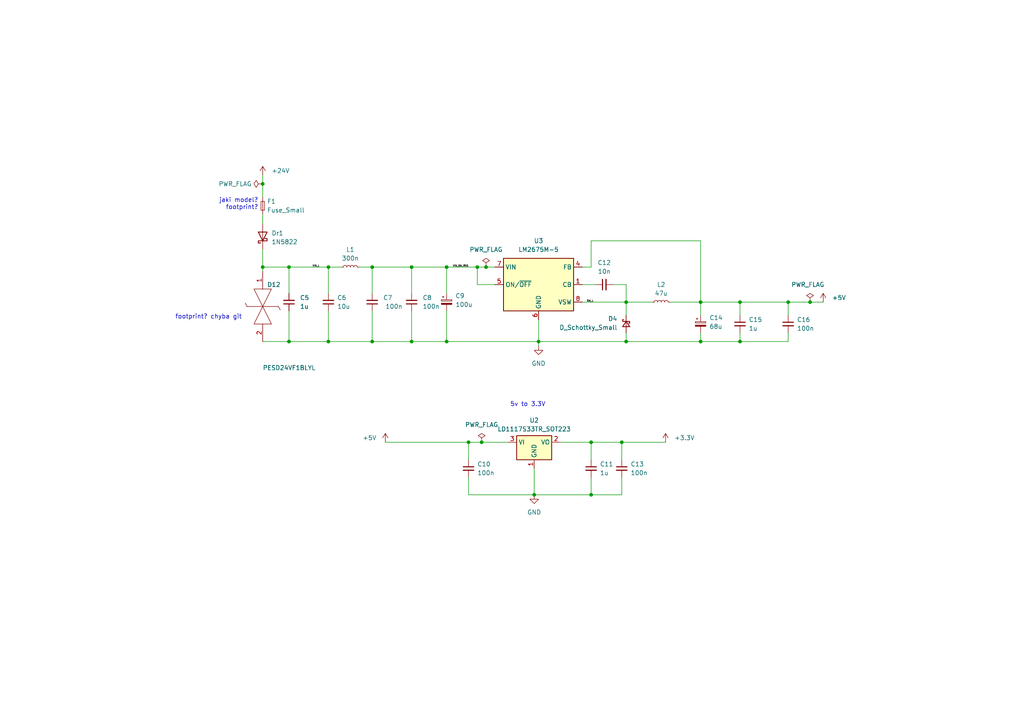
<source format=kicad_sch>
(kicad_sch (version 20230121) (generator eeschema)

  (uuid ae92b0a4-343f-4b2c-b83e-28ea178a9c0a)

  (paper "A4")

  (lib_symbols
    (symbol "Device:C_Polarized_Small" (pin_numbers hide) (pin_names (offset 0.254) hide) (in_bom yes) (on_board yes)
      (property "Reference" "C" (at 0.254 1.778 0)
        (effects (font (size 1.27 1.27)) (justify left))
      )
      (property "Value" "C_Polarized_Small" (at 0.254 -2.032 0)
        (effects (font (size 1.27 1.27)) (justify left))
      )
      (property "Footprint" "" (at 0 0 0)
        (effects (font (size 1.27 1.27)) hide)
      )
      (property "Datasheet" "~" (at 0 0 0)
        (effects (font (size 1.27 1.27)) hide)
      )
      (property "ki_keywords" "cap capacitor" (at 0 0 0)
        (effects (font (size 1.27 1.27)) hide)
      )
      (property "ki_description" "Polarized capacitor, small symbol" (at 0 0 0)
        (effects (font (size 1.27 1.27)) hide)
      )
      (property "ki_fp_filters" "CP_*" (at 0 0 0)
        (effects (font (size 1.27 1.27)) hide)
      )
      (symbol "C_Polarized_Small_0_1"
        (rectangle (start -1.524 -0.3048) (end 1.524 -0.6858)
          (stroke (width 0) (type default))
          (fill (type outline))
        )
        (rectangle (start -1.524 0.6858) (end 1.524 0.3048)
          (stroke (width 0) (type default))
          (fill (type none))
        )
        (polyline
          (pts
            (xy -1.27 1.524)
            (xy -0.762 1.524)
          )
          (stroke (width 0) (type default))
          (fill (type none))
        )
        (polyline
          (pts
            (xy -1.016 1.27)
            (xy -1.016 1.778)
          )
          (stroke (width 0) (type default))
          (fill (type none))
        )
      )
      (symbol "C_Polarized_Small_1_1"
        (pin passive line (at 0 2.54 270) (length 1.8542)
          (name "~" (effects (font (size 1.27 1.27))))
          (number "1" (effects (font (size 1.27 1.27))))
        )
        (pin passive line (at 0 -2.54 90) (length 1.8542)
          (name "~" (effects (font (size 1.27 1.27))))
          (number "2" (effects (font (size 1.27 1.27))))
        )
      )
    )
    (symbol "Device:C_Small" (pin_numbers hide) (pin_names (offset 0.254) hide) (in_bom yes) (on_board yes)
      (property "Reference" "C" (at 0.254 1.778 0)
        (effects (font (size 1.27 1.27)) (justify left))
      )
      (property "Value" "C_Small" (at 0.254 -2.032 0)
        (effects (font (size 1.27 1.27)) (justify left))
      )
      (property "Footprint" "" (at 0 0 0)
        (effects (font (size 1.27 1.27)) hide)
      )
      (property "Datasheet" "~" (at 0 0 0)
        (effects (font (size 1.27 1.27)) hide)
      )
      (property "ki_keywords" "capacitor cap" (at 0 0 0)
        (effects (font (size 1.27 1.27)) hide)
      )
      (property "ki_description" "Unpolarized capacitor, small symbol" (at 0 0 0)
        (effects (font (size 1.27 1.27)) hide)
      )
      (property "ki_fp_filters" "C_*" (at 0 0 0)
        (effects (font (size 1.27 1.27)) hide)
      )
      (symbol "C_Small_0_1"
        (polyline
          (pts
            (xy -1.524 -0.508)
            (xy 1.524 -0.508)
          )
          (stroke (width 0.3302) (type default))
          (fill (type none))
        )
        (polyline
          (pts
            (xy -1.524 0.508)
            (xy 1.524 0.508)
          )
          (stroke (width 0.3048) (type default))
          (fill (type none))
        )
      )
      (symbol "C_Small_1_1"
        (pin passive line (at 0 2.54 270) (length 2.032)
          (name "~" (effects (font (size 1.27 1.27))))
          (number "1" (effects (font (size 1.27 1.27))))
        )
        (pin passive line (at 0 -2.54 90) (length 2.032)
          (name "~" (effects (font (size 1.27 1.27))))
          (number "2" (effects (font (size 1.27 1.27))))
        )
      )
    )
    (symbol "Device:D_Schottky_Small" (pin_numbers hide) (pin_names (offset 0.254) hide) (in_bom yes) (on_board yes)
      (property "Reference" "D" (at -1.27 2.032 0)
        (effects (font (size 1.27 1.27)) (justify left))
      )
      (property "Value" "D_Schottky_Small" (at -7.112 -2.032 0)
        (effects (font (size 1.27 1.27)) (justify left))
      )
      (property "Footprint" "" (at 0 0 90)
        (effects (font (size 1.27 1.27)) hide)
      )
      (property "Datasheet" "~" (at 0 0 90)
        (effects (font (size 1.27 1.27)) hide)
      )
      (property "ki_keywords" "diode Schottky" (at 0 0 0)
        (effects (font (size 1.27 1.27)) hide)
      )
      (property "ki_description" "Schottky diode, small symbol" (at 0 0 0)
        (effects (font (size 1.27 1.27)) hide)
      )
      (property "ki_fp_filters" "TO-???* *_Diode_* *SingleDiode* D_*" (at 0 0 0)
        (effects (font (size 1.27 1.27)) hide)
      )
      (symbol "D_Schottky_Small_0_1"
        (polyline
          (pts
            (xy -0.762 0)
            (xy 0.762 0)
          )
          (stroke (width 0) (type default))
          (fill (type none))
        )
        (polyline
          (pts
            (xy 0.762 -1.016)
            (xy -0.762 0)
            (xy 0.762 1.016)
            (xy 0.762 -1.016)
          )
          (stroke (width 0.254) (type default))
          (fill (type none))
        )
        (polyline
          (pts
            (xy -1.27 0.762)
            (xy -1.27 1.016)
            (xy -0.762 1.016)
            (xy -0.762 -1.016)
            (xy -0.254 -1.016)
            (xy -0.254 -0.762)
          )
          (stroke (width 0.254) (type default))
          (fill (type none))
        )
      )
      (symbol "D_Schottky_Small_1_1"
        (pin passive line (at -2.54 0 0) (length 1.778)
          (name "K" (effects (font (size 1.27 1.27))))
          (number "1" (effects (font (size 1.27 1.27))))
        )
        (pin passive line (at 2.54 0 180) (length 1.778)
          (name "A" (effects (font (size 1.27 1.27))))
          (number "2" (effects (font (size 1.27 1.27))))
        )
      )
    )
    (symbol "Device:Fuse_Small" (pin_numbers hide) (pin_names (offset 0.254) hide) (in_bom yes) (on_board yes)
      (property "Reference" "F" (at 0 -1.524 0)
        (effects (font (size 1.27 1.27)))
      )
      (property "Value" "Fuse_Small" (at 0 1.524 0)
        (effects (font (size 1.27 1.27)))
      )
      (property "Footprint" "" (at 0 0 0)
        (effects (font (size 1.27 1.27)) hide)
      )
      (property "Datasheet" "~" (at 0 0 0)
        (effects (font (size 1.27 1.27)) hide)
      )
      (property "ki_keywords" "fuse" (at 0 0 0)
        (effects (font (size 1.27 1.27)) hide)
      )
      (property "ki_description" "Fuse, small symbol" (at 0 0 0)
        (effects (font (size 1.27 1.27)) hide)
      )
      (property "ki_fp_filters" "*Fuse*" (at 0 0 0)
        (effects (font (size 1.27 1.27)) hide)
      )
      (symbol "Fuse_Small_0_1"
        (rectangle (start -1.27 0.508) (end 1.27 -0.508)
          (stroke (width 0) (type default))
          (fill (type none))
        )
        (polyline
          (pts
            (xy -1.27 0)
            (xy 1.27 0)
          )
          (stroke (width 0) (type default))
          (fill (type none))
        )
      )
      (symbol "Fuse_Small_1_1"
        (pin passive line (at -2.54 0 0) (length 1.27)
          (name "~" (effects (font (size 1.27 1.27))))
          (number "1" (effects (font (size 1.27 1.27))))
        )
        (pin passive line (at 2.54 0 180) (length 1.27)
          (name "~" (effects (font (size 1.27 1.27))))
          (number "2" (effects (font (size 1.27 1.27))))
        )
      )
    )
    (symbol "Device:L_Small" (pin_numbers hide) (pin_names (offset 0.254) hide) (in_bom yes) (on_board yes)
      (property "Reference" "L" (at 0.762 1.016 0)
        (effects (font (size 1.27 1.27)) (justify left))
      )
      (property "Value" "L_Small" (at 0.762 -1.016 0)
        (effects (font (size 1.27 1.27)) (justify left))
      )
      (property "Footprint" "" (at 0 0 0)
        (effects (font (size 1.27 1.27)) hide)
      )
      (property "Datasheet" "~" (at 0 0 0)
        (effects (font (size 1.27 1.27)) hide)
      )
      (property "ki_keywords" "inductor choke coil reactor magnetic" (at 0 0 0)
        (effects (font (size 1.27 1.27)) hide)
      )
      (property "ki_description" "Inductor, small symbol" (at 0 0 0)
        (effects (font (size 1.27 1.27)) hide)
      )
      (property "ki_fp_filters" "Choke_* *Coil* Inductor_* L_*" (at 0 0 0)
        (effects (font (size 1.27 1.27)) hide)
      )
      (symbol "L_Small_0_1"
        (arc (start 0 -2.032) (mid 0.5058 -1.524) (end 0 -1.016)
          (stroke (width 0) (type default))
          (fill (type none))
        )
        (arc (start 0 -1.016) (mid 0.5058 -0.508) (end 0 0)
          (stroke (width 0) (type default))
          (fill (type none))
        )
        (arc (start 0 0) (mid 0.5058 0.508) (end 0 1.016)
          (stroke (width 0) (type default))
          (fill (type none))
        )
        (arc (start 0 1.016) (mid 0.5058 1.524) (end 0 2.032)
          (stroke (width 0) (type default))
          (fill (type none))
        )
      )
      (symbol "L_Small_1_1"
        (pin passive line (at 0 2.54 270) (length 0.508)
          (name "~" (effects (font (size 1.27 1.27))))
          (number "1" (effects (font (size 1.27 1.27))))
        )
        (pin passive line (at 0 -2.54 90) (length 0.508)
          (name "~" (effects (font (size 1.27 1.27))))
          (number "2" (effects (font (size 1.27 1.27))))
        )
      )
    )
    (symbol "Diode:1N5822" (pin_numbers hide) (pin_names (offset 1.016) hide) (in_bom yes) (on_board yes)
      (property "Reference" "D" (at 0 2.54 0)
        (effects (font (size 1.27 1.27)))
      )
      (property "Value" "1N5822" (at 0 -2.54 0)
        (effects (font (size 1.27 1.27)))
      )
      (property "Footprint" "Diode_THT:D_DO-201AD_P15.24mm_Horizontal" (at 0 -4.445 0)
        (effects (font (size 1.27 1.27)) hide)
      )
      (property "Datasheet" "http://www.vishay.com/docs/88526/1n5820.pdf" (at 0 0 0)
        (effects (font (size 1.27 1.27)) hide)
      )
      (property "ki_keywords" "diode Schottky" (at 0 0 0)
        (effects (font (size 1.27 1.27)) hide)
      )
      (property "ki_description" "40V 3A Schottky Barrier Rectifier Diode, DO-201AD" (at 0 0 0)
        (effects (font (size 1.27 1.27)) hide)
      )
      (property "ki_fp_filters" "D*DO?201AD*" (at 0 0 0)
        (effects (font (size 1.27 1.27)) hide)
      )
      (symbol "1N5822_0_1"
        (polyline
          (pts
            (xy 1.27 0)
            (xy -1.27 0)
          )
          (stroke (width 0) (type default))
          (fill (type none))
        )
        (polyline
          (pts
            (xy 1.27 1.27)
            (xy 1.27 -1.27)
            (xy -1.27 0)
            (xy 1.27 1.27)
          )
          (stroke (width 0.254) (type default))
          (fill (type none))
        )
        (polyline
          (pts
            (xy -1.905 0.635)
            (xy -1.905 1.27)
            (xy -1.27 1.27)
            (xy -1.27 -1.27)
            (xy -0.635 -1.27)
            (xy -0.635 -0.635)
          )
          (stroke (width 0.254) (type default))
          (fill (type none))
        )
      )
      (symbol "1N5822_1_1"
        (pin passive line (at -3.81 0 0) (length 2.54)
          (name "K" (effects (font (size 1.27 1.27))))
          (number "1" (effects (font (size 1.27 1.27))))
        )
        (pin passive line (at 3.81 0 180) (length 2.54)
          (name "A" (effects (font (size 1.27 1.27))))
          (number "2" (effects (font (size 1.27 1.27))))
        )
      )
    )
    (symbol "PESD24VF1BLYL:PESD24VF1BLYL" (pin_names (offset 0.762)) (in_bom yes) (on_board yes)
      (property "Reference" "D" (at 15.24 8.89 0)
        (effects (font (size 1.27 1.27)) (justify left bottom))
      )
      (property "Value" "PESD24VF1BLYL" (at 15.24 6.35 0)
        (effects (font (size 1.27 1.27)) (justify left bottom))
      )
      (property "Footprint" "PESD5V0S1BL315" (at 15.24 3.81 0)
        (effects (font (size 1.27 1.27)) (justify left bottom) hide)
      )
      (property "Datasheet" "https://assets.nexperia.com/documents/data-sheet/PESD24VF1BL.pdf" (at 15.24 1.27 0)
        (effects (font (size 1.27 1.27)) (justify left bottom) hide)
      )
      (property "Description" "PESD24VF1BL - Ultra low capacitance bidirectional ESD protection diode" (at 15.24 -1.27 0)
        (effects (font (size 1.27 1.27)) (justify left bottom) hide)
      )
      (property "Height" "0" (at 15.24 -3.81 0)
        (effects (font (size 1.27 1.27)) (justify left bottom) hide)
      )
      (property "Mouser Part Number" "771-PESD24VF1BLYL" (at 15.24 -6.35 0)
        (effects (font (size 1.27 1.27)) (justify left bottom) hide)
      )
      (property "Mouser Price/Stock" "https://www.mouser.co.uk/ProductDetail/Nexperia/PESD24VF1BLYL?qs=M%2FOdCRO8QQ2u4QQQVkgemw%3D%3D" (at 15.24 -8.89 0)
        (effects (font (size 1.27 1.27)) (justify left bottom) hide)
      )
      (property "Manufacturer_Name" "Nexperia" (at 15.24 -11.43 0)
        (effects (font (size 1.27 1.27)) (justify left bottom) hide)
      )
      (property "Manufacturer_Part_Number" "PESD24VF1BLYL" (at 15.24 -13.97 0)
        (effects (font (size 1.27 1.27)) (justify left bottom) hide)
      )
      (property "ki_description" "PESD24VF1BL - Ultra low capacitance bidirectional ESD protection diode" (at 0 0 0)
        (effects (font (size 1.27 1.27)) hide)
      )
      (symbol "PESD24VF1BLYL_0_0"
        (pin passive line (at 0 0 0) (length 5.08)
          (name "~" (effects (font (size 1.27 1.27))))
          (number "1" (effects (font (size 1.27 1.27))))
        )
        (pin passive line (at 20.32 0 180) (length 5.08)
          (name "~" (effects (font (size 1.27 1.27))))
          (number "2" (effects (font (size 1.27 1.27))))
        )
      )
      (symbol "PESD24VF1BLYL_0_1"
        (polyline
          (pts
            (xy 10.16 -4.572)
            (xy 9.144 -5.08)
          )
          (stroke (width 0.1524) (type solid))
          (fill (type none))
        )
        (polyline
          (pts
            (xy 10.16 -4.572)
            (xy 10.16 4.572)
          )
          (stroke (width 0.1524) (type solid))
          (fill (type none))
        )
        (polyline
          (pts
            (xy 11.176 5.08)
            (xy 10.16 4.572)
          )
          (stroke (width 0.1524) (type solid))
          (fill (type none))
        )
        (polyline
          (pts
            (xy 10.16 0)
            (xy 5.08 -2.54)
            (xy 5.08 2.54)
            (xy 10.16 0)
          )
          (stroke (width 0.1524) (type solid))
          (fill (type none))
        )
        (polyline
          (pts
            (xy 10.16 0)
            (xy 15.24 -2.54)
            (xy 15.24 2.54)
            (xy 10.16 0)
          )
          (stroke (width 0.1524) (type solid))
          (fill (type none))
        )
      )
    )
    (symbol "Regulator_Linear:LD1117S33TR_SOT223" (in_bom yes) (on_board yes)
      (property "Reference" "U" (at -3.81 3.175 0)
        (effects (font (size 1.27 1.27)))
      )
      (property "Value" "LD1117S33TR_SOT223" (at 0 3.175 0)
        (effects (font (size 1.27 1.27)) (justify left))
      )
      (property "Footprint" "Package_TO_SOT_SMD:SOT-223-3_TabPin2" (at 0 5.08 0)
        (effects (font (size 1.27 1.27)) hide)
      )
      (property "Datasheet" "http://www.st.com/st-web-ui/static/active/en/resource/technical/document/datasheet/CD00000544.pdf" (at 2.54 -6.35 0)
        (effects (font (size 1.27 1.27)) hide)
      )
      (property "ki_keywords" "REGULATOR LDO 3.3V" (at 0 0 0)
        (effects (font (size 1.27 1.27)) hide)
      )
      (property "ki_description" "800mA Fixed Low Drop Positive Voltage Regulator, Fixed Output 3.3V, SOT-223" (at 0 0 0)
        (effects (font (size 1.27 1.27)) hide)
      )
      (property "ki_fp_filters" "SOT?223*TabPin2*" (at 0 0 0)
        (effects (font (size 1.27 1.27)) hide)
      )
      (symbol "LD1117S33TR_SOT223_0_1"
        (rectangle (start -5.08 -5.08) (end 5.08 1.905)
          (stroke (width 0.254) (type default))
          (fill (type background))
        )
      )
      (symbol "LD1117S33TR_SOT223_1_1"
        (pin power_in line (at 0 -7.62 90) (length 2.54)
          (name "GND" (effects (font (size 1.27 1.27))))
          (number "1" (effects (font (size 1.27 1.27))))
        )
        (pin power_out line (at 7.62 0 180) (length 2.54)
          (name "VO" (effects (font (size 1.27 1.27))))
          (number "2" (effects (font (size 1.27 1.27))))
        )
        (pin power_in line (at -7.62 0 0) (length 2.54)
          (name "VI" (effects (font (size 1.27 1.27))))
          (number "3" (effects (font (size 1.27 1.27))))
        )
      )
    )
    (symbol "Regulator_Switching:LM2675M-5" (in_bom yes) (on_board yes)
      (property "Reference" "U" (at -10.16 8.89 0)
        (effects (font (size 1.27 1.27)) (justify left))
      )
      (property "Value" "LM2675M-5" (at 0 8.89 0)
        (effects (font (size 1.27 1.27)) (justify left))
      )
      (property "Footprint" "Package_SO:SOIC-8_3.9x4.9mm_P1.27mm" (at 1.27 -8.89 0)
        (effects (font (size 1.27 1.27) italic) (justify left) hide)
      )
      (property "Datasheet" "http://www.ti.com/lit/ds/symlink/lm2675.pdf" (at 0 0 0)
        (effects (font (size 1.27 1.27)) hide)
      )
      (property "ki_keywords" "Step-Down Voltage Regulator 5V 1A" (at 0 0 0)
        (effects (font (size 1.27 1.27)) hide)
      )
      (property "ki_description" "5V, 1A Step-Down Voltage Regulator, SO-8" (at 0 0 0)
        (effects (font (size 1.27 1.27)) hide)
      )
      (property "ki_fp_filters" "SOIC*3.9x4.9mm*P1.27mm*" (at 0 0 0)
        (effects (font (size 1.27 1.27)) hide)
      )
      (symbol "LM2675M-5_0_1"
        (rectangle (start -10.16 7.62) (end 10.16 -7.62)
          (stroke (width 0.254) (type default))
          (fill (type background))
        )
      )
      (symbol "LM2675M-5_1_1"
        (pin input line (at 12.7 0 180) (length 2.54)
          (name "CB" (effects (font (size 1.27 1.27))))
          (number "1" (effects (font (size 1.27 1.27))))
        )
        (pin no_connect line (at -10.16 -2.54 0) (length 2.54) hide
          (name "NC" (effects (font (size 1.27 1.27))))
          (number "2" (effects (font (size 1.27 1.27))))
        )
        (pin no_connect line (at -10.16 -5.08 0) (length 2.54) hide
          (name "NC" (effects (font (size 1.27 1.27))))
          (number "3" (effects (font (size 1.27 1.27))))
        )
        (pin input line (at 12.7 5.08 180) (length 2.54)
          (name "FB" (effects (font (size 1.27 1.27))))
          (number "4" (effects (font (size 1.27 1.27))))
        )
        (pin input line (at -12.7 0 0) (length 2.54)
          (name "ON/~{OFF}" (effects (font (size 1.27 1.27))))
          (number "5" (effects (font (size 1.27 1.27))))
        )
        (pin power_in line (at 0 -10.16 90) (length 2.54)
          (name "GND" (effects (font (size 1.27 1.27))))
          (number "6" (effects (font (size 1.27 1.27))))
        )
        (pin power_in line (at -12.7 5.08 0) (length 2.54)
          (name "VIN" (effects (font (size 1.27 1.27))))
          (number "7" (effects (font (size 1.27 1.27))))
        )
        (pin output line (at 12.7 -5.08 180) (length 2.54)
          (name "VSW" (effects (font (size 1.27 1.27))))
          (number "8" (effects (font (size 1.27 1.27))))
        )
      )
    )
    (symbol "power:+24V" (power) (pin_names (offset 0)) (in_bom yes) (on_board yes)
      (property "Reference" "#PWR" (at 0 -3.81 0)
        (effects (font (size 1.27 1.27)) hide)
      )
      (property "Value" "+24V" (at 0 3.556 0)
        (effects (font (size 1.27 1.27)))
      )
      (property "Footprint" "" (at 0 0 0)
        (effects (font (size 1.27 1.27)) hide)
      )
      (property "Datasheet" "" (at 0 0 0)
        (effects (font (size 1.27 1.27)) hide)
      )
      (property "ki_keywords" "global power" (at 0 0 0)
        (effects (font (size 1.27 1.27)) hide)
      )
      (property "ki_description" "Power symbol creates a global label with name \"+24V\"" (at 0 0 0)
        (effects (font (size 1.27 1.27)) hide)
      )
      (symbol "+24V_0_1"
        (polyline
          (pts
            (xy -0.762 1.27)
            (xy 0 2.54)
          )
          (stroke (width 0) (type default))
          (fill (type none))
        )
        (polyline
          (pts
            (xy 0 0)
            (xy 0 2.54)
          )
          (stroke (width 0) (type default))
          (fill (type none))
        )
        (polyline
          (pts
            (xy 0 2.54)
            (xy 0.762 1.27)
          )
          (stroke (width 0) (type default))
          (fill (type none))
        )
      )
      (symbol "+24V_1_1"
        (pin power_in line (at 0 0 90) (length 0) hide
          (name "+24V" (effects (font (size 1.27 1.27))))
          (number "1" (effects (font (size 1.27 1.27))))
        )
      )
    )
    (symbol "power:+3.3V" (power) (pin_names (offset 0)) (in_bom yes) (on_board yes)
      (property "Reference" "#PWR" (at 0 -3.81 0)
        (effects (font (size 1.27 1.27)) hide)
      )
      (property "Value" "+3.3V" (at 0 3.556 0)
        (effects (font (size 1.27 1.27)))
      )
      (property "Footprint" "" (at 0 0 0)
        (effects (font (size 1.27 1.27)) hide)
      )
      (property "Datasheet" "" (at 0 0 0)
        (effects (font (size 1.27 1.27)) hide)
      )
      (property "ki_keywords" "global power" (at 0 0 0)
        (effects (font (size 1.27 1.27)) hide)
      )
      (property "ki_description" "Power symbol creates a global label with name \"+3.3V\"" (at 0 0 0)
        (effects (font (size 1.27 1.27)) hide)
      )
      (symbol "+3.3V_0_1"
        (polyline
          (pts
            (xy -0.762 1.27)
            (xy 0 2.54)
          )
          (stroke (width 0) (type default))
          (fill (type none))
        )
        (polyline
          (pts
            (xy 0 0)
            (xy 0 2.54)
          )
          (stroke (width 0) (type default))
          (fill (type none))
        )
        (polyline
          (pts
            (xy 0 2.54)
            (xy 0.762 1.27)
          )
          (stroke (width 0) (type default))
          (fill (type none))
        )
      )
      (symbol "+3.3V_1_1"
        (pin power_in line (at 0 0 90) (length 0) hide
          (name "+3.3V" (effects (font (size 1.27 1.27))))
          (number "1" (effects (font (size 1.27 1.27))))
        )
      )
    )
    (symbol "power:+5V" (power) (pin_names (offset 0)) (in_bom yes) (on_board yes)
      (property "Reference" "#PWR" (at 0 -3.81 0)
        (effects (font (size 1.27 1.27)) hide)
      )
      (property "Value" "+5V" (at 0 3.556 0)
        (effects (font (size 1.27 1.27)))
      )
      (property "Footprint" "" (at 0 0 0)
        (effects (font (size 1.27 1.27)) hide)
      )
      (property "Datasheet" "" (at 0 0 0)
        (effects (font (size 1.27 1.27)) hide)
      )
      (property "ki_keywords" "global power" (at 0 0 0)
        (effects (font (size 1.27 1.27)) hide)
      )
      (property "ki_description" "Power symbol creates a global label with name \"+5V\"" (at 0 0 0)
        (effects (font (size 1.27 1.27)) hide)
      )
      (symbol "+5V_0_1"
        (polyline
          (pts
            (xy -0.762 1.27)
            (xy 0 2.54)
          )
          (stroke (width 0) (type default))
          (fill (type none))
        )
        (polyline
          (pts
            (xy 0 0)
            (xy 0 2.54)
          )
          (stroke (width 0) (type default))
          (fill (type none))
        )
        (polyline
          (pts
            (xy 0 2.54)
            (xy 0.762 1.27)
          )
          (stroke (width 0) (type default))
          (fill (type none))
        )
      )
      (symbol "+5V_1_1"
        (pin power_in line (at 0 0 90) (length 0) hide
          (name "+5V" (effects (font (size 1.27 1.27))))
          (number "1" (effects (font (size 1.27 1.27))))
        )
      )
    )
    (symbol "power:GND" (power) (pin_names (offset 0)) (in_bom yes) (on_board yes)
      (property "Reference" "#PWR" (at 0 -6.35 0)
        (effects (font (size 1.27 1.27)) hide)
      )
      (property "Value" "GND" (at 0 -3.81 0)
        (effects (font (size 1.27 1.27)))
      )
      (property "Footprint" "" (at 0 0 0)
        (effects (font (size 1.27 1.27)) hide)
      )
      (property "Datasheet" "" (at 0 0 0)
        (effects (font (size 1.27 1.27)) hide)
      )
      (property "ki_keywords" "global power" (at 0 0 0)
        (effects (font (size 1.27 1.27)) hide)
      )
      (property "ki_description" "Power symbol creates a global label with name \"GND\" , ground" (at 0 0 0)
        (effects (font (size 1.27 1.27)) hide)
      )
      (symbol "GND_0_1"
        (polyline
          (pts
            (xy 0 0)
            (xy 0 -1.27)
            (xy 1.27 -1.27)
            (xy 0 -2.54)
            (xy -1.27 -1.27)
            (xy 0 -1.27)
          )
          (stroke (width 0) (type default))
          (fill (type none))
        )
      )
      (symbol "GND_1_1"
        (pin power_in line (at 0 0 270) (length 0) hide
          (name "GND" (effects (font (size 1.27 1.27))))
          (number "1" (effects (font (size 1.27 1.27))))
        )
      )
    )
    (symbol "power:PWR_FLAG" (power) (pin_numbers hide) (pin_names (offset 0) hide) (in_bom yes) (on_board yes)
      (property "Reference" "#FLG" (at 0 1.905 0)
        (effects (font (size 1.27 1.27)) hide)
      )
      (property "Value" "PWR_FLAG" (at 0 3.81 0)
        (effects (font (size 1.27 1.27)))
      )
      (property "Footprint" "" (at 0 0 0)
        (effects (font (size 1.27 1.27)) hide)
      )
      (property "Datasheet" "~" (at 0 0 0)
        (effects (font (size 1.27 1.27)) hide)
      )
      (property "ki_keywords" "flag power" (at 0 0 0)
        (effects (font (size 1.27 1.27)) hide)
      )
      (property "ki_description" "Special symbol for telling ERC where power comes from" (at 0 0 0)
        (effects (font (size 1.27 1.27)) hide)
      )
      (symbol "PWR_FLAG_0_0"
        (pin power_out line (at 0 0 90) (length 0)
          (name "pwr" (effects (font (size 1.27 1.27))))
          (number "1" (effects (font (size 1.27 1.27))))
        )
      )
      (symbol "PWR_FLAG_0_1"
        (polyline
          (pts
            (xy 0 0)
            (xy 0 1.27)
            (xy -1.016 1.905)
            (xy 0 2.54)
            (xy 1.016 1.905)
            (xy 0 1.27)
          )
          (stroke (width 0) (type default))
          (fill (type none))
        )
      )
    )
  )

  (junction (at 83.82 99.06) (diameter 0) (color 0 0 0 0)
    (uuid 07773d44-e215-41bd-b2fc-530bb584e4e2)
  )
  (junction (at 234.95 87.63) (diameter 0) (color 0 0 0 0)
    (uuid 0ac26859-167d-4193-a44e-62a281782f6f)
  )
  (junction (at 135.89 128.27) (diameter 0) (color 0 0 0 0)
    (uuid 0d2f87a9-b790-47ad-9111-6f4b4396f4a0)
  )
  (junction (at 214.63 87.63) (diameter 0) (color 0 0 0 0)
    (uuid 2552ed4b-949d-4314-8a0c-c83bd5f34797)
  )
  (junction (at 129.54 77.47) (diameter 0) (color 0 0 0 0)
    (uuid 2f4b83cb-0605-4541-b6f2-f993be9b6047)
  )
  (junction (at 181.61 99.06) (diameter 0) (color 0 0 0 0)
    (uuid 3f0d407f-db47-420b-a309-8d4c5e970a4f)
  )
  (junction (at 156.21 99.06) (diameter 0) (color 0 0 0 0)
    (uuid 45217655-42a6-4c1a-a2db-b0c98e026422)
  )
  (junction (at 95.25 99.06) (diameter 0) (color 0 0 0 0)
    (uuid 4b600f9b-bd10-4b2f-af9c-d8fef64072d5)
  )
  (junction (at 214.63 99.06) (diameter 0) (color 0 0 0 0)
    (uuid 6e41837a-5584-4bf7-bcaf-82545438257f)
  )
  (junction (at 140.97 77.47) (diameter 0) (color 0 0 0 0)
    (uuid 7319dde3-960e-4162-a71e-3b4264c77f69)
  )
  (junction (at 181.61 87.63) (diameter 0) (color 0 0 0 0)
    (uuid 8a45af8a-2cf1-4863-874c-386f200931d4)
  )
  (junction (at 138.43 77.47) (diameter 0) (color 0 0 0 0)
    (uuid 90ad5d47-69fc-4d72-8140-6ce4c233ea63)
  )
  (junction (at 107.95 77.47) (diameter 0) (color 0 0 0 0)
    (uuid 9443b914-5fd0-4988-9662-cc81185c785d)
  )
  (junction (at 154.94 143.51) (diameter 0) (color 0 0 0 0)
    (uuid aa90dfcf-bfdf-4bc8-a2fc-5119d92d5da9)
  )
  (junction (at 129.54 99.06) (diameter 0) (color 0 0 0 0)
    (uuid bfe1ab1d-cb4c-4d1a-ad10-f2a128e7a965)
  )
  (junction (at 76.2 77.47) (diameter 0) (color 0 0 0 0)
    (uuid c00734a3-579a-4346-88b6-f3d0faa36749)
  )
  (junction (at 107.95 99.06) (diameter 0) (color 0 0 0 0)
    (uuid c27e96e8-983a-4bff-8849-5d5fedba52fd)
  )
  (junction (at 171.45 128.27) (diameter 0) (color 0 0 0 0)
    (uuid c7282e7e-4491-40f3-a3ce-ba19a8d7076f)
  )
  (junction (at 203.2 99.06) (diameter 0) (color 0 0 0 0)
    (uuid cabd44d8-a522-497d-b6c8-d36104c62834)
  )
  (junction (at 119.38 77.47) (diameter 0) (color 0 0 0 0)
    (uuid d54ac4c6-3593-41c7-ab6e-e3740268432e)
  )
  (junction (at 171.45 143.51) (diameter 0) (color 0 0 0 0)
    (uuid d6d20754-ccf2-4a29-ad9a-d51015f5f43b)
  )
  (junction (at 228.6 87.63) (diameter 0) (color 0 0 0 0)
    (uuid da81d33e-73cb-4776-a09a-44a8ce1e9441)
  )
  (junction (at 139.7 128.27) (diameter 0) (color 0 0 0 0)
    (uuid df96f487-1987-4eec-a594-2c50e355018e)
  )
  (junction (at 95.25 77.47) (diameter 0) (color 0 0 0 0)
    (uuid e338df55-3cfb-47cc-9b64-53c15f31e65a)
  )
  (junction (at 76.2 53.34) (diameter 0) (color 0 0 0 0)
    (uuid ecd0c9a4-7236-407b-ac35-56d7abfbffc3)
  )
  (junction (at 203.2 87.63) (diameter 0) (color 0 0 0 0)
    (uuid ee78596b-3e82-4ecf-a293-79c42a457208)
  )
  (junction (at 119.38 99.06) (diameter 0) (color 0 0 0 0)
    (uuid eeae245b-8c53-4b3f-a778-3c12ff73204c)
  )
  (junction (at 83.82 77.47) (diameter 0) (color 0 0 0 0)
    (uuid f123b24d-f707-4e29-ab6e-5d830453392d)
  )
  (junction (at 180.34 128.27) (diameter 0) (color 0 0 0 0)
    (uuid fd897007-cdab-4ae3-8da7-4df188c3fc83)
  )

  (wire (pts (xy 177.8 82.55) (xy 181.61 82.55))
    (stroke (width 0) (type default))
    (uuid 02aeee1d-3eb2-47f0-a853-d0be66664851)
  )
  (wire (pts (xy 76.2 77.47) (xy 83.82 77.47))
    (stroke (width 0) (type default))
    (uuid 0723ceb3-b37f-4f6d-9e05-51661185ae49)
  )
  (wire (pts (xy 119.38 77.47) (xy 119.38 85.09))
    (stroke (width 0) (type default))
    (uuid 09f6d48c-4c8b-49bd-a298-fcdd592a730d)
  )
  (wire (pts (xy 83.82 77.47) (xy 95.25 77.47))
    (stroke (width 0) (type default))
    (uuid 0af042ee-9a87-4b8e-b7f6-4c39b21d8428)
  )
  (wire (pts (xy 104.14 77.47) (xy 107.95 77.47))
    (stroke (width 0) (type default))
    (uuid 0db118fe-fa1c-4650-b606-8d2ad54f31da)
  )
  (wire (pts (xy 76.2 99.06) (xy 83.82 99.06))
    (stroke (width 0) (type default))
    (uuid 14a59126-a71a-41cc-87bd-6aebf5f56701)
  )
  (wire (pts (xy 83.82 99.06) (xy 95.25 99.06))
    (stroke (width 0) (type default))
    (uuid 166fd15c-13dd-4563-ab52-db2eebd151c8)
  )
  (wire (pts (xy 138.43 77.47) (xy 140.97 77.47))
    (stroke (width 0) (type default))
    (uuid 19684d60-9524-409d-baac-9a4d1d8ee886)
  )
  (wire (pts (xy 203.2 99.06) (xy 203.2 96.52))
    (stroke (width 0) (type default))
    (uuid 19ff879f-a9ee-4665-9d5f-14d0f8776e1a)
  )
  (wire (pts (xy 138.43 82.55) (xy 143.51 82.55))
    (stroke (width 0) (type default))
    (uuid 1adcc148-5730-4900-8f75-49009bf161b2)
  )
  (wire (pts (xy 154.94 143.51) (xy 171.45 143.51))
    (stroke (width 0) (type default))
    (uuid 1c600c53-bde5-4903-b78c-2300d92c713f)
  )
  (wire (pts (xy 76.2 62.23) (xy 76.2 64.77))
    (stroke (width 0) (type default))
    (uuid 1d8f183f-c337-4393-a78c-de84a03ce255)
  )
  (wire (pts (xy 171.45 143.51) (xy 180.34 143.51))
    (stroke (width 0) (type default))
    (uuid 1dcf5825-d6ff-468b-96ee-135ad75db104)
  )
  (wire (pts (xy 119.38 90.17) (xy 119.38 99.06))
    (stroke (width 0) (type default))
    (uuid 1f2b7451-756b-4369-8574-12389ad47e78)
  )
  (wire (pts (xy 138.43 77.47) (xy 138.43 82.55))
    (stroke (width 0) (type default))
    (uuid 1f8f2185-86b6-4dcc-9d2a-d234c2819e68)
  )
  (wire (pts (xy 107.95 90.17) (xy 107.95 99.06))
    (stroke (width 0) (type default))
    (uuid 236cb2be-add3-43fd-8553-31574929df18)
  )
  (wire (pts (xy 168.91 87.63) (xy 181.61 87.63))
    (stroke (width 0) (type default))
    (uuid 309bf2cf-85da-4813-a76b-c7870f24584d)
  )
  (wire (pts (xy 168.91 82.55) (xy 172.72 82.55))
    (stroke (width 0) (type default))
    (uuid 314c5175-229b-449f-8c6a-0c862d1d66a7)
  )
  (wire (pts (xy 180.34 128.27) (xy 180.34 133.35))
    (stroke (width 0) (type default))
    (uuid 331cf39f-8624-4d3a-b85d-96b51caaa341)
  )
  (wire (pts (xy 107.95 77.47) (xy 119.38 77.47))
    (stroke (width 0) (type default))
    (uuid 368ef3ce-a608-4e90-8d1f-45064dae08b2)
  )
  (wire (pts (xy 180.34 138.43) (xy 180.34 143.51))
    (stroke (width 0) (type default))
    (uuid 369d4662-1f1c-4409-92ef-dd6a762b979d)
  )
  (wire (pts (xy 119.38 99.06) (xy 129.54 99.06))
    (stroke (width 0) (type default))
    (uuid 394b81cd-6de2-4bf1-b05b-9ff810319abb)
  )
  (wire (pts (xy 181.61 82.55) (xy 181.61 87.63))
    (stroke (width 0) (type default))
    (uuid 42d5d66a-06a9-4bd6-9d0f-b504d912e2e7)
  )
  (wire (pts (xy 180.34 128.27) (xy 193.04 128.27))
    (stroke (width 0) (type default))
    (uuid 4437fd2b-dcb8-4178-821c-93e9025eb9cf)
  )
  (wire (pts (xy 203.2 99.06) (xy 214.63 99.06))
    (stroke (width 0) (type default))
    (uuid 457275cf-8a20-4635-9502-0f3679be0763)
  )
  (wire (pts (xy 135.89 138.43) (xy 135.89 143.51))
    (stroke (width 0) (type default))
    (uuid 46e23a83-24b0-4357-9eec-e567bd8fa9cf)
  )
  (wire (pts (xy 203.2 87.63) (xy 214.63 87.63))
    (stroke (width 0) (type default))
    (uuid 48e143fd-d60b-4d60-b7fa-af0c35b74097)
  )
  (wire (pts (xy 181.61 96.52) (xy 181.61 99.06))
    (stroke (width 0) (type default))
    (uuid 4a9a284e-d1e7-4461-9fd1-9edab3bcfd74)
  )
  (wire (pts (xy 171.45 69.85) (xy 203.2 69.85))
    (stroke (width 0) (type default))
    (uuid 4b719dac-101d-4ad6-976f-5b292edda0d6)
  )
  (wire (pts (xy 171.45 77.47) (xy 171.45 69.85))
    (stroke (width 0) (type default))
    (uuid 4f70319a-28af-4f47-98a6-abd47056e749)
  )
  (wire (pts (xy 168.91 77.47) (xy 171.45 77.47))
    (stroke (width 0) (type default))
    (uuid 52f20906-5dd1-48f1-b25e-a49443ca39e5)
  )
  (wire (pts (xy 194.31 87.63) (xy 203.2 87.63))
    (stroke (width 0) (type default))
    (uuid 55f21b64-ceed-4453-af20-f974ca9b2df0)
  )
  (wire (pts (xy 95.25 99.06) (xy 107.95 99.06))
    (stroke (width 0) (type default))
    (uuid 5ae322d1-3f88-4f63-8274-21095c2a7c02)
  )
  (wire (pts (xy 156.21 99.06) (xy 181.61 99.06))
    (stroke (width 0) (type default))
    (uuid 5d067b0d-fbef-4285-bf10-107c769383cb)
  )
  (wire (pts (xy 76.2 77.47) (xy 76.2 78.74))
    (stroke (width 0) (type default))
    (uuid 6115d851-2c07-4f90-abf2-9ac8dc2291cc)
  )
  (wire (pts (xy 119.38 77.47) (xy 129.54 77.47))
    (stroke (width 0) (type default))
    (uuid 62fc3104-7f7b-4416-975c-987da9b7e0bc)
  )
  (wire (pts (xy 156.21 92.71) (xy 156.21 99.06))
    (stroke (width 0) (type default))
    (uuid 67acef21-c57a-44e0-9c94-558917211d22)
  )
  (wire (pts (xy 129.54 90.17) (xy 129.54 99.06))
    (stroke (width 0) (type default))
    (uuid 6b3d0d9a-cae2-4ac9-b933-f80a8a79adb7)
  )
  (wire (pts (xy 135.89 128.27) (xy 139.7 128.27))
    (stroke (width 0) (type default))
    (uuid 6dd9aee2-07fc-4f89-80a7-d421d69404ed)
  )
  (wire (pts (xy 111.76 128.27) (xy 135.89 128.27))
    (stroke (width 0) (type default))
    (uuid 7432bf05-fcf5-4295-bd3f-a6b71a07c37a)
  )
  (wire (pts (xy 171.45 138.43) (xy 171.45 143.51))
    (stroke (width 0) (type default))
    (uuid 7de31e87-32a9-4352-9cef-6f9e64badc4e)
  )
  (wire (pts (xy 76.2 53.34) (xy 76.2 57.15))
    (stroke (width 0) (type default))
    (uuid 7e978337-72d4-4140-bdb1-0bdcdfbf5c8c)
  )
  (wire (pts (xy 214.63 87.63) (xy 214.63 91.44))
    (stroke (width 0) (type default))
    (uuid 7ee504fc-0fac-40bd-8578-b4ae437a9e13)
  )
  (wire (pts (xy 171.45 128.27) (xy 171.45 133.35))
    (stroke (width 0) (type default))
    (uuid 81cbbd79-6474-4e2d-85f0-d1d9d8cdfd9f)
  )
  (wire (pts (xy 214.63 96.52) (xy 214.63 99.06))
    (stroke (width 0) (type default))
    (uuid 8b7b17a5-8e5d-4b98-b4a7-654bbf658e2c)
  )
  (wire (pts (xy 214.63 99.06) (xy 228.6 99.06))
    (stroke (width 0) (type default))
    (uuid 924ccf06-beb1-4d3b-87fe-b3cdf73d4f4a)
  )
  (wire (pts (xy 140.97 77.47) (xy 143.51 77.47))
    (stroke (width 0) (type default))
    (uuid 92e2b937-be6c-49e0-983d-7ba6128e958e)
  )
  (wire (pts (xy 162.56 128.27) (xy 171.45 128.27))
    (stroke (width 0) (type default))
    (uuid 9307fb3b-e028-4eab-887e-39c181303c7c)
  )
  (wire (pts (xy 171.45 128.27) (xy 180.34 128.27))
    (stroke (width 0) (type default))
    (uuid 977ffdd1-4564-42fc-8485-bb483b1bafd6)
  )
  (wire (pts (xy 95.25 77.47) (xy 95.25 85.09))
    (stroke (width 0) (type default))
    (uuid 97b6b56a-c204-4b3b-af8e-25eb5bf67587)
  )
  (wire (pts (xy 228.6 87.63) (xy 228.6 91.44))
    (stroke (width 0) (type default))
    (uuid a1c2d0c1-cc2d-4099-88cc-c59f076a4aa5)
  )
  (wire (pts (xy 129.54 77.47) (xy 129.54 85.09))
    (stroke (width 0) (type default))
    (uuid a3bc5d31-0574-4bc8-b0a6-539e038df48a)
  )
  (wire (pts (xy 181.61 87.63) (xy 189.23 87.63))
    (stroke (width 0) (type default))
    (uuid a9c47410-0539-4ff3-a160-3dc17a6dbb80)
  )
  (wire (pts (xy 76.2 72.39) (xy 76.2 77.47))
    (stroke (width 0) (type default))
    (uuid add68617-249b-40ae-b00c-c27141f2c47a)
  )
  (wire (pts (xy 234.95 87.63) (xy 238.76 87.63))
    (stroke (width 0) (type default))
    (uuid b8819bba-f086-4687-9e6f-1396c1daa709)
  )
  (wire (pts (xy 107.95 99.06) (xy 119.38 99.06))
    (stroke (width 0) (type default))
    (uuid b8b33963-a27c-412a-bea1-0791d55583a5)
  )
  (wire (pts (xy 129.54 77.47) (xy 138.43 77.47))
    (stroke (width 0) (type default))
    (uuid c27835ca-d2eb-4123-a4f5-05970f77b422)
  )
  (wire (pts (xy 228.6 87.63) (xy 234.95 87.63))
    (stroke (width 0) (type default))
    (uuid c38eb510-4351-47b0-99f0-b55f3463c193)
  )
  (wire (pts (xy 107.95 77.47) (xy 107.95 85.09))
    (stroke (width 0) (type default))
    (uuid c535f854-7e72-44f5-95d0-1d663797df5f)
  )
  (wire (pts (xy 156.21 99.06) (xy 156.21 100.33))
    (stroke (width 0) (type default))
    (uuid c6bb6edc-b6aa-41d7-ab3b-d049ec3109bc)
  )
  (wire (pts (xy 95.25 77.47) (xy 99.06 77.47))
    (stroke (width 0) (type default))
    (uuid d67f899a-2bb8-4cbb-8a69-19f08fd72732)
  )
  (wire (pts (xy 228.6 99.06) (xy 228.6 96.52))
    (stroke (width 0) (type default))
    (uuid d6c867bf-9189-4fac-9c23-a62a0dfa5e75)
  )
  (wire (pts (xy 203.2 87.63) (xy 203.2 91.44))
    (stroke (width 0) (type default))
    (uuid d73bfbef-e9aa-4e8f-a956-0225cfd057e3)
  )
  (wire (pts (xy 83.82 77.47) (xy 83.82 85.09))
    (stroke (width 0) (type default))
    (uuid de348cde-354d-48e2-af30-3bb9baf13de3)
  )
  (wire (pts (xy 95.25 90.17) (xy 95.25 99.06))
    (stroke (width 0) (type default))
    (uuid dfbfad43-fbe8-4158-8fce-1fcd1af32654)
  )
  (wire (pts (xy 139.7 128.27) (xy 147.32 128.27))
    (stroke (width 0) (type default))
    (uuid dfd9834c-431c-40b6-8ccd-0dba3f52c4cf)
  )
  (wire (pts (xy 83.82 90.17) (xy 83.82 99.06))
    (stroke (width 0) (type default))
    (uuid e50c3fb7-6227-491b-8793-091e21331f09)
  )
  (wire (pts (xy 181.61 87.63) (xy 181.61 91.44))
    (stroke (width 0) (type default))
    (uuid e5e689cc-ec89-4898-ba2c-2c62a5e2e8c5)
  )
  (wire (pts (xy 203.2 69.85) (xy 203.2 87.63))
    (stroke (width 0) (type default))
    (uuid e6b2f9e4-6833-4a54-ba63-66e44fc47f38)
  )
  (wire (pts (xy 135.89 128.27) (xy 135.89 133.35))
    (stroke (width 0) (type default))
    (uuid e6c7a3c9-7541-4009-bbfe-cd3a260f800e)
  )
  (wire (pts (xy 76.2 50.8) (xy 76.2 53.34))
    (stroke (width 0) (type default))
    (uuid e75d52f5-a70e-43de-be24-ef99e2fd418b)
  )
  (wire (pts (xy 214.63 87.63) (xy 228.6 87.63))
    (stroke (width 0) (type default))
    (uuid edb5c1f2-916c-4c54-847d-8a09d747146f)
  )
  (wire (pts (xy 135.89 143.51) (xy 154.94 143.51))
    (stroke (width 0) (type default))
    (uuid f5926810-a199-4c5e-9b18-8d3c3b93f6e3)
  )
  (wire (pts (xy 129.54 99.06) (xy 156.21 99.06))
    (stroke (width 0) (type default))
    (uuid f5c29503-801a-45b1-b4dc-a6cca286c364)
  )
  (wire (pts (xy 181.61 99.06) (xy 203.2 99.06))
    (stroke (width 0) (type default))
    (uuid f6b92210-4a9d-41e9-a878-709bd04f4a77)
  )
  (wire (pts (xy 154.94 135.89) (xy 154.94 143.51))
    (stroke (width 0) (type default))
    (uuid f8d75760-98bf-4b32-b88f-129b9926a482)
  )

  (text "footprint? chyba git" (at 50.8 92.71 0)
    (effects (font (size 1.27 1.27)) (justify left bottom))
    (uuid 03de73a6-159b-464c-b3d1-872c7e32f755)
  )
  (text "jaki model?\nfootprint?\n" (at 74.93 60.96 0)
    (effects (font (size 1.27 1.27)) (justify right bottom))
    (uuid 70d5951a-4bb2-421a-bc82-073547edcb03)
  )
  (text "5v to 3.3V" (at 147.955 118.11 0)
    (effects (font (size 1.27 1.27)) (justify left bottom))
    (uuid 9b6d1b37-2b5d-4459-a5a3-4a524741dd61)
  )

  (label "VIN_SW_REG" (at 135.89 77.47 180) (fields_autoplaced)
    (effects (font (size 0.5 0.5)) (justify right bottom))
    (uuid 97653663-c3cf-4a78-aca6-83733e1a41a9)
  )
  (label "VIN_L" (at 92.71 77.47 180) (fields_autoplaced)
    (effects (font (size 0.5 0.5)) (justify right bottom))
    (uuid b9a11f6b-7250-4a15-96cd-ad6819f68575)
  )
  (label "SW_L" (at 170.18 87.63 0) (fields_autoplaced)
    (effects (font (size 0.5 0.5)) (justify left bottom))
    (uuid ca323a0d-7a36-4870-ae90-eb3a93cf3689)
  )

  (symbol (lib_id "Device:C_Small") (at 107.95 87.63 180) (unit 1)
    (in_bom yes) (on_board yes) (dnp no)
    (uuid 05e7da31-c439-4d2a-99c6-b7c8d865b011)
    (property "Reference" "C7" (at 111.125 86.3536 0)
      (effects (font (size 1.27 1.27)) (justify right))
    )
    (property "Value" "100n" (at 111.76 88.8936 0)
      (effects (font (size 1.27 1.27)) (justify right))
    )
    (property "Footprint" "Capacitor_SMD:C_0603_1608Metric" (at 107.95 87.63 0)
      (effects (font (size 1.27 1.27)) hide)
    )
    (property "Datasheet" "~" (at 107.95 87.63 0)
      (effects (font (size 1.27 1.27)) hide)
    )
    (pin "1" (uuid c2220345-5a59-40dc-84ff-2cd2eb346b3f))
    (pin "2" (uuid a0453f4b-53aa-4a3e-ab05-2a2816b0b1f3))
    (instances
      (project "PDM_1"
        (path "/b652b05a-4e3d-4ad1-b032-18886abe7d45/1367ec17-5fee-46da-adec-17b799499894"
          (reference "C7") (unit 1)
        )
      )
      (project "PDM"
        (path "/d7434f1a-7415-4eaa-a71b-b9580d7b34f2/bce9111c-7679-44f6-9761-394d41af211c"
          (reference "C17") (unit 1)
        )
      )
    )
  )

  (symbol (lib_id "power:+24V") (at 76.2 50.8 0) (unit 1)
    (in_bom yes) (on_board yes) (dnp no) (fields_autoplaced)
    (uuid 0e9f5697-ce88-460a-b3b9-64ecbc1b60c8)
    (property "Reference" "#PWR04" (at 76.2 54.61 0)
      (effects (font (size 1.27 1.27)) hide)
    )
    (property "Value" "+24V" (at 78.74 49.53 0)
      (effects (font (size 1.27 1.27)) (justify left))
    )
    (property "Footprint" "" (at 76.2 50.8 0)
      (effects (font (size 1.27 1.27)) hide)
    )
    (property "Datasheet" "" (at 76.2 50.8 0)
      (effects (font (size 1.27 1.27)) hide)
    )
    (pin "1" (uuid 856381c4-e653-48ab-af7a-40c3c03ddf5f))
    (instances
      (project "PDM_1"
        (path "/b652b05a-4e3d-4ad1-b032-18886abe7d45/1367ec17-5fee-46da-adec-17b799499894"
          (reference "#PWR04") (unit 1)
        )
      )
      (project "PDM"
        (path "/d7434f1a-7415-4eaa-a71b-b9580d7b34f2/bce9111c-7679-44f6-9761-394d41af211c"
          (reference "#PWR016") (unit 1)
        )
      )
    )
  )

  (symbol (lib_id "PESD24VF1BLYL:PESD24VF1BLYL") (at 76.2 78.74 270) (unit 1)
    (in_bom yes) (on_board yes) (dnp no)
    (uuid 14d42ea8-d933-4b2d-b011-5cc0505e7bc5)
    (property "Reference" "D12" (at 77.47 82.55 90)
      (effects (font (size 1.27 1.27)) (justify left))
    )
    (property "Value" "PESD24VF1BLYL" (at 76.2 106.68 90)
      (effects (font (size 1.27 1.27)) (justify left))
    )
    (property "Footprint" "Diode_SMD:D_SMA" (at 80.01 93.98 0)
      (effects (font (size 1.27 1.27)) (justify left bottom) hide)
    )
    (property "Datasheet" "https://assets.nexperia.com/documents/data-sheet/PESD24VF1BL.pdf" (at 77.47 93.98 0)
      (effects (font (size 1.27 1.27)) (justify left bottom) hide)
    )
    (property "Description" "PESD24VF1BL - Ultra low capacitance bidirectional ESD protection diode" (at 74.93 93.98 0)
      (effects (font (size 1.27 1.27)) (justify left bottom) hide)
    )
    (property "Height" "0" (at 72.39 93.98 0)
      (effects (font (size 1.27 1.27)) (justify left bottom) hide)
    )
    (property "Mouser Part Number" "771-PESD24VF1BLYL" (at 69.85 93.98 0)
      (effects (font (size 1.27 1.27)) (justify left bottom) hide)
    )
    (property "Mouser Price/Stock" "https://www.mouser.co.uk/ProductDetail/Nexperia/PESD24VF1BLYL?qs=M%2FOdCRO8QQ2u4QQQVkgemw%3D%3D" (at 67.31 93.98 0)
      (effects (font (size 1.27 1.27)) (justify left bottom) hide)
    )
    (property "Manufacturer_Name" "Nexperia" (at 64.77 93.98 0)
      (effects (font (size 1.27 1.27)) (justify left bottom) hide)
    )
    (property "Manufacturer_Part_Number" "PESD24VF1BLYL" (at 62.23 93.98 0)
      (effects (font (size 1.27 1.27)) (justify left bottom) hide)
    )
    (pin "1" (uuid 47c89536-f2fb-4998-a1e6-7a5e58f2f25e))
    (pin "2" (uuid f8475dd5-a811-4fce-a693-62024ddc8645))
    (instances
      (project "PDM_1"
        (path "/b652b05a-4e3d-4ad1-b032-18886abe7d45/1367ec17-5fee-46da-adec-17b799499894"
          (reference "D12") (unit 1)
        )
      )
    )
  )

  (symbol (lib_id "Device:L_Small") (at 101.6 77.47 90) (unit 1)
    (in_bom yes) (on_board yes) (dnp no) (fields_autoplaced)
    (uuid 194eda87-3439-4d94-90f0-11ed71fc2916)
    (property "Reference" "L1" (at 101.6 72.39 90)
      (effects (font (size 1.27 1.27)))
    )
    (property "Value" "300n" (at 101.6 74.93 90)
      (effects (font (size 1.27 1.27)))
    )
    (property "Footprint" "Inductor_SMD:L_0603_1608Metric" (at 101.6 77.47 0)
      (effects (font (size 1.27 1.27)) hide)
    )
    (property "Datasheet" "~" (at 101.6 77.47 0)
      (effects (font (size 1.27 1.27)) hide)
    )
    (property "mouser" "https://www.mouser.pl/ProductDetail/ABRACON/ASMPL-0603-R33M-T?qs=f9yNj16SXrLiYO3t9Uxp2w%3D%3D" (at 101.6 77.47 90)
      (effects (font (size 1.27 1.27)) hide)
    )
    (pin "1" (uuid 193b231d-ade5-4276-bddb-4062bde78805))
    (pin "2" (uuid 83f2f805-8c08-4055-999e-c66469da44fd))
    (instances
      (project "PDM_1"
        (path "/b652b05a-4e3d-4ad1-b032-18886abe7d45/1367ec17-5fee-46da-adec-17b799499894"
          (reference "L1") (unit 1)
        )
      )
      (project "PDM"
        (path "/d7434f1a-7415-4eaa-a71b-b9580d7b34f2/bce9111c-7679-44f6-9761-394d41af211c"
          (reference "L2") (unit 1)
        )
      )
    )
  )

  (symbol (lib_id "Regulator_Linear:LD1117S33TR_SOT223") (at 154.94 128.27 0) (unit 1)
    (in_bom yes) (on_board yes) (dnp no) (fields_autoplaced)
    (uuid 240cf38b-9c83-499f-ad53-ab337948d896)
    (property "Reference" "U2" (at 154.94 121.92 0)
      (effects (font (size 1.27 1.27)))
    )
    (property "Value" "LD1117S33TR_SOT223" (at 154.94 124.46 0)
      (effects (font (size 1.27 1.27)))
    )
    (property "Footprint" "Package_TO_SOT_SMD:SOT-223-3_TabPin2" (at 154.94 123.19 0)
      (effects (font (size 1.27 1.27)) hide)
    )
    (property "Datasheet" "http://www.st.com/st-web-ui/static/active/en/resource/technical/document/datasheet/CD00000544.pdf" (at 157.48 134.62 0)
      (effects (font (size 1.27 1.27)) hide)
    )
    (pin "1" (uuid 2c4f28df-76ef-4ebb-8fa6-37d73554bbce))
    (pin "2" (uuid ff8c4947-c0d0-401e-824e-a12c260dfadb))
    (pin "3" (uuid 3bf2a770-c361-4204-bff7-42ea790c20a7))
    (instances
      (project "PDM_1"
        (path "/b652b05a-4e3d-4ad1-b032-18886abe7d45/1367ec17-5fee-46da-adec-17b799499894"
          (reference "U2") (unit 1)
        )
      )
      (project "PDM"
        (path "/d7434f1a-7415-4eaa-a71b-b9580d7b34f2/bce9111c-7679-44f6-9761-394d41af211c"
          (reference "U3") (unit 1)
        )
      )
    )
  )

  (symbol (lib_id "Device:C_Small") (at 214.63 93.98 0) (unit 1)
    (in_bom yes) (on_board yes) (dnp no) (fields_autoplaced)
    (uuid 2e14087e-75f6-422c-8953-358267b8df70)
    (property "Reference" "C15" (at 217.17 92.7163 0)
      (effects (font (size 1.27 1.27)) (justify left))
    )
    (property "Value" "1u" (at 217.17 95.2563 0)
      (effects (font (size 1.27 1.27)) (justify left))
    )
    (property "Footprint" "Capacitor_SMD:C_0603_1608Metric" (at 214.63 93.98 0)
      (effects (font (size 1.27 1.27)) hide)
    )
    (property "Datasheet" "~" (at 214.63 93.98 0)
      (effects (font (size 1.27 1.27)) hide)
    )
    (pin "1" (uuid 39b95622-54fb-42e0-871f-4adc9b0ac0e1))
    (pin "2" (uuid 2dbe4662-2828-4ddb-b5f0-eeb11f260b9d))
    (instances
      (project "PDM_1"
        (path "/b652b05a-4e3d-4ad1-b032-18886abe7d45/1367ec17-5fee-46da-adec-17b799499894"
          (reference "C15") (unit 1)
        )
      )
      (project "PDM"
        (path "/d7434f1a-7415-4eaa-a71b-b9580d7b34f2/bce9111c-7679-44f6-9761-394d41af211c"
          (reference "C25") (unit 1)
        )
      )
    )
  )

  (symbol (lib_id "power:+5V") (at 238.76 87.63 0) (unit 1)
    (in_bom yes) (on_board yes) (dnp no) (fields_autoplaced)
    (uuid 32499295-25a6-43f0-aa79-1a45c22e99a2)
    (property "Reference" "#PWR09" (at 238.76 91.44 0)
      (effects (font (size 1.27 1.27)) hide)
    )
    (property "Value" "+5V" (at 241.3 86.36 0)
      (effects (font (size 1.27 1.27)) (justify left))
    )
    (property "Footprint" "" (at 238.76 87.63 0)
      (effects (font (size 1.27 1.27)) hide)
    )
    (property "Datasheet" "" (at 238.76 87.63 0)
      (effects (font (size 1.27 1.27)) hide)
    )
    (pin "1" (uuid 34d8f502-bb97-49e1-b8a9-1e2c3c44e679))
    (instances
      (project "PDM_1"
        (path "/b652b05a-4e3d-4ad1-b032-18886abe7d45/1367ec17-5fee-46da-adec-17b799499894"
          (reference "#PWR09") (unit 1)
        )
      )
      (project "PDM"
        (path "/d7434f1a-7415-4eaa-a71b-b9580d7b34f2/bce9111c-7679-44f6-9761-394d41af211c"
          (reference "#PWR021") (unit 1)
        )
      )
    )
  )

  (symbol (lib_id "Regulator_Switching:LM2675M-5") (at 156.21 82.55 0) (unit 1)
    (in_bom yes) (on_board yes) (dnp no) (fields_autoplaced)
    (uuid 35e0e889-b762-4fc8-99fa-158da52596a3)
    (property "Reference" "U3" (at 156.21 69.85 0)
      (effects (font (size 1.27 1.27)))
    )
    (property "Value" "LM2675M-5" (at 156.21 72.39 0)
      (effects (font (size 1.27 1.27)))
    )
    (property "Footprint" "Package_SO:SOIC-8_3.9x4.9mm_P1.27mm" (at 157.48 91.44 0)
      (effects (font (size 1.27 1.27) italic) (justify left) hide)
    )
    (property "Datasheet" "http://www.ti.com/lit/ds/symlink/lm2675.pdf" (at 156.21 82.55 0)
      (effects (font (size 1.27 1.27)) hide)
    )
    (pin "8" (uuid ce947d3c-9402-4730-b9c2-9274859cdad7))
    (pin "1" (uuid 975dfa65-85ed-4cf8-ae07-e534923bbecc))
    (pin "7" (uuid c427d5b9-372e-48e4-a08e-1194ec6f6c13))
    (pin "4" (uuid 833f38ca-971e-4d1b-b5cc-24f1635230d6))
    (pin "3" (uuid f010d7c9-a4c2-4ae4-baed-4be3df7fa760))
    (pin "2" (uuid 07fb2e5d-989d-4109-a02d-dc708060fa4d))
    (pin "6" (uuid 216b2961-13cf-4c71-928b-878d3fe9c4ff))
    (pin "5" (uuid fcfe6f80-a0c1-4901-b272-acd80cdce5a9))
    (instances
      (project "PDM_1"
        (path "/b652b05a-4e3d-4ad1-b032-18886abe7d45/1367ec17-5fee-46da-adec-17b799499894"
          (reference "U3") (unit 1)
        )
      )
      (project "PDM"
        (path "/d7434f1a-7415-4eaa-a71b-b9580d7b34f2/bce9111c-7679-44f6-9761-394d41af211c"
          (reference "U4") (unit 1)
        )
      )
    )
  )

  (symbol (lib_id "power:PWR_FLAG") (at 76.2 53.34 90) (unit 1)
    (in_bom yes) (on_board yes) (dnp no) (fields_autoplaced)
    (uuid 3a565937-bab5-4682-9ca5-6a8216edb60d)
    (property "Reference" "#FLG01" (at 74.295 53.34 0)
      (effects (font (size 1.27 1.27)) hide)
    )
    (property "Value" "PWR_FLAG" (at 73.025 53.34 90)
      (effects (font (size 1.27 1.27)) (justify left))
    )
    (property "Footprint" "" (at 76.2 53.34 0)
      (effects (font (size 1.27 1.27)) hide)
    )
    (property "Datasheet" "~" (at 76.2 53.34 0)
      (effects (font (size 1.27 1.27)) hide)
    )
    (pin "1" (uuid c7f93398-5abe-4442-9a07-0c992c2a25b3))
    (instances
      (project "PDM_1"
        (path "/b652b05a-4e3d-4ad1-b032-18886abe7d45/1367ec17-5fee-46da-adec-17b799499894"
          (reference "#FLG01") (unit 1)
        )
      )
      (project "PDM"
        (path "/d7434f1a-7415-4eaa-a71b-b9580d7b34f2/bce9111c-7679-44f6-9761-394d41af211c"
          (reference "#FLG01") (unit 1)
        )
      )
    )
  )

  (symbol (lib_id "Device:C_Polarized_Small") (at 203.2 93.98 0) (unit 1)
    (in_bom yes) (on_board yes) (dnp no) (fields_autoplaced)
    (uuid 52ef39b8-0066-49e1-9836-32e1807a1b70)
    (property "Reference" "C14" (at 205.74 92.1639 0)
      (effects (font (size 1.27 1.27)) (justify left))
    )
    (property "Value" "68u" (at 205.74 94.7039 0)
      (effects (font (size 1.27 1.27)) (justify left))
    )
    (property "Footprint" "Capacitor_SMD:CP_Elec_6.3x5.5" (at 203.2 93.98 0)
      (effects (font (size 1.27 1.27)) hide)
    )
    (property "Datasheet" "https://www.mouser.pl/ProductDetail/Wurth-Elektronik/865080243006?qs=0KOYDY2FL2%252Bzh3fs6MlnCA%3D%3D" (at 203.2 93.98 0)
      (effects (font (size 1.27 1.27)) hide)
    )
    (pin "1" (uuid 8eee3566-fdf7-455c-be91-dc4f7b7c5b8b))
    (pin "2" (uuid 7c9d5ae2-bd50-4ce1-8f68-7309aa5fc445))
    (instances
      (project "PDM_1"
        (path "/b652b05a-4e3d-4ad1-b032-18886abe7d45/1367ec17-5fee-46da-adec-17b799499894"
          (reference "C14") (unit 1)
        )
      )
      (project "PDM"
        (path "/d7434f1a-7415-4eaa-a71b-b9580d7b34f2/bce9111c-7679-44f6-9761-394d41af211c"
          (reference "C24") (unit 1)
        )
      )
    )
  )

  (symbol (lib_id "power:PWR_FLAG") (at 139.7 128.27 0) (unit 1)
    (in_bom yes) (on_board yes) (dnp no) (fields_autoplaced)
    (uuid 6110eab4-ca06-43aa-8eb1-5a1e2a54103d)
    (property "Reference" "#FLG02" (at 139.7 126.365 0)
      (effects (font (size 1.27 1.27)) hide)
    )
    (property "Value" "PWR_FLAG" (at 139.7 123.19 0)
      (effects (font (size 1.27 1.27)))
    )
    (property "Footprint" "" (at 139.7 128.27 0)
      (effects (font (size 1.27 1.27)) hide)
    )
    (property "Datasheet" "~" (at 139.7 128.27 0)
      (effects (font (size 1.27 1.27)) hide)
    )
    (pin "1" (uuid cf636fb2-aa1d-45ad-851c-216dd486537c))
    (instances
      (project "PDM_1"
        (path "/b652b05a-4e3d-4ad1-b032-18886abe7d45/1367ec17-5fee-46da-adec-17b799499894"
          (reference "#FLG02") (unit 1)
        )
      )
      (project "PDM"
        (path "/d7434f1a-7415-4eaa-a71b-b9580d7b34f2/bce9111c-7679-44f6-9761-394d41af211c"
          (reference "#FLG02") (unit 1)
        )
      )
    )
  )

  (symbol (lib_id "power:PWR_FLAG") (at 140.97 77.47 0) (unit 1)
    (in_bom yes) (on_board yes) (dnp no) (fields_autoplaced)
    (uuid 66a23616-5e8f-4de0-aae5-5808a3a47232)
    (property "Reference" "#FLG03" (at 140.97 75.565 0)
      (effects (font (size 1.27 1.27)) hide)
    )
    (property "Value" "PWR_FLAG" (at 140.97 72.39 0)
      (effects (font (size 1.27 1.27)))
    )
    (property "Footprint" "" (at 140.97 77.47 0)
      (effects (font (size 1.27 1.27)) hide)
    )
    (property "Datasheet" "~" (at 140.97 77.47 0)
      (effects (font (size 1.27 1.27)) hide)
    )
    (pin "1" (uuid b71d6d18-7408-4bb5-9e98-9b01ae99b1bb))
    (instances
      (project "PDM_1"
        (path "/b652b05a-4e3d-4ad1-b032-18886abe7d45/1367ec17-5fee-46da-adec-17b799499894"
          (reference "#FLG03") (unit 1)
        )
      )
      (project "PDM"
        (path "/d7434f1a-7415-4eaa-a71b-b9580d7b34f2/bce9111c-7679-44f6-9761-394d41af211c"
          (reference "#FLG03") (unit 1)
        )
      )
    )
  )

  (symbol (lib_id "Device:C_Polarized_Small") (at 129.54 87.63 0) (unit 1)
    (in_bom yes) (on_board yes) (dnp no) (fields_autoplaced)
    (uuid 685c61ac-ca10-4350-8867-bb37c06048a9)
    (property "Reference" "C9" (at 132.08 85.8139 0)
      (effects (font (size 1.27 1.27)) (justify left))
    )
    (property "Value" "100u" (at 132.08 88.3539 0)
      (effects (font (size 1.27 1.27)) (justify left))
    )
    (property "Footprint" "Capacitor_SMD:CP_Elec_6.3x7.7" (at 129.54 87.63 0)
      (effects (font (size 1.27 1.27)) hide)
    )
    (property "Datasheet" "~" (at 129.54 87.63 0)
      (effects (font (size 1.27 1.27)) hide)
    )
    (property "mouser" "https://www.mouser.pl/ProductDetail/Wurth-Elektronik/865080545012?qs=sGAEpiMZZMvwFf0viD3Y3aZipiehufnXd0sMoxxC1VosESYZCg0Q6Q%3D%3D" (at 129.54 87.63 0)
      (effects (font (size 1.27 1.27)) hide)
    )
    (pin "1" (uuid 343ab3e7-2dd5-4c7d-8e8c-5f2596d8c009))
    (pin "2" (uuid fda57ed8-543a-4b96-9341-cbd9f620f2b2))
    (instances
      (project "PDM_1"
        (path "/b652b05a-4e3d-4ad1-b032-18886abe7d45/1367ec17-5fee-46da-adec-17b799499894"
          (reference "C9") (unit 1)
        )
      )
      (project "PDM"
        (path "/d7434f1a-7415-4eaa-a71b-b9580d7b34f2/bce9111c-7679-44f6-9761-394d41af211c"
          (reference "C19") (unit 1)
        )
      )
    )
  )

  (symbol (lib_id "Device:C_Small") (at 119.38 87.63 180) (unit 1)
    (in_bom yes) (on_board yes) (dnp no) (fields_autoplaced)
    (uuid 692dbf25-25b8-42d4-9b88-1d835a75f4b7)
    (property "Reference" "C8" (at 122.555 86.3536 0)
      (effects (font (size 1.27 1.27)) (justify right))
    )
    (property "Value" "100n" (at 122.555 88.8936 0)
      (effects (font (size 1.27 1.27)) (justify right))
    )
    (property "Footprint" "Capacitor_SMD:C_0603_1608Metric" (at 119.38 87.63 0)
      (effects (font (size 1.27 1.27)) hide)
    )
    (property "Datasheet" "~" (at 119.38 87.63 0)
      (effects (font (size 1.27 1.27)) hide)
    )
    (pin "1" (uuid 04b85cdb-8d65-43f5-af46-bac56f24fdaa))
    (pin "2" (uuid a24b35aa-0745-448a-b53f-30151586b1b7))
    (instances
      (project "PDM_1"
        (path "/b652b05a-4e3d-4ad1-b032-18886abe7d45/1367ec17-5fee-46da-adec-17b799499894"
          (reference "C8") (unit 1)
        )
      )
      (project "PDM"
        (path "/d7434f1a-7415-4eaa-a71b-b9580d7b34f2/bce9111c-7679-44f6-9761-394d41af211c"
          (reference "C18") (unit 1)
        )
      )
    )
  )

  (symbol (lib_id "Device:C_Small") (at 171.45 135.89 0) (unit 1)
    (in_bom yes) (on_board yes) (dnp no)
    (uuid 6ddef65e-c8ed-49f9-9bb0-75a3adb20ff7)
    (property "Reference" "C11" (at 173.99 134.6263 0)
      (effects (font (size 1.27 1.27)) (justify left))
    )
    (property "Value" "1u" (at 173.99 137.1663 0)
      (effects (font (size 1.27 1.27)) (justify left))
    )
    (property "Footprint" "Capacitor_SMD:C_0603_1608Metric" (at 171.45 135.89 0)
      (effects (font (size 1.27 1.27)) hide)
    )
    (property "Datasheet" "~" (at 171.45 135.89 0)
      (effects (font (size 1.27 1.27)) hide)
    )
    (pin "2" (uuid fca22221-d2f2-4ef1-b6a6-85c525411351))
    (pin "1" (uuid c40ce60f-9b41-4e50-9367-e23b8301b63a))
    (instances
      (project "PDM_1"
        (path "/b652b05a-4e3d-4ad1-b032-18886abe7d45/1367ec17-5fee-46da-adec-17b799499894"
          (reference "C11") (unit 1)
        )
      )
      (project "PDM"
        (path "/d7434f1a-7415-4eaa-a71b-b9580d7b34f2/bce9111c-7679-44f6-9761-394d41af211c"
          (reference "C21") (unit 1)
        )
      )
    )
  )

  (symbol (lib_id "Device:C_Small") (at 135.89 135.89 0) (unit 1)
    (in_bom yes) (on_board yes) (dnp no)
    (uuid 747c02ac-9b5f-455f-bab2-f560bf281010)
    (property "Reference" "C10" (at 138.43 134.6263 0)
      (effects (font (size 1.27 1.27)) (justify left))
    )
    (property "Value" "100n" (at 138.43 137.1663 0)
      (effects (font (size 1.27 1.27)) (justify left))
    )
    (property "Footprint" "Capacitor_SMD:C_0603_1608Metric" (at 135.89 135.89 0)
      (effects (font (size 1.27 1.27)) hide)
    )
    (property "Datasheet" "~" (at 135.89 135.89 0)
      (effects (font (size 1.27 1.27)) hide)
    )
    (pin "2" (uuid 8bf87df4-f0cf-4ae5-91fc-c5b8f8b93f32))
    (pin "1" (uuid 01de011b-db7e-47ff-aabf-b03eecdd982b))
    (instances
      (project "PDM_1"
        (path "/b652b05a-4e3d-4ad1-b032-18886abe7d45/1367ec17-5fee-46da-adec-17b799499894"
          (reference "C10") (unit 1)
        )
      )
      (project "PDM"
        (path "/d7434f1a-7415-4eaa-a71b-b9580d7b34f2/bce9111c-7679-44f6-9761-394d41af211c"
          (reference "C20") (unit 1)
        )
      )
    )
  )

  (symbol (lib_id "Device:C_Small") (at 228.6 93.98 0) (unit 1)
    (in_bom yes) (on_board yes) (dnp no) (fields_autoplaced)
    (uuid 77cb0237-2607-4720-b36b-3fca5ebfffe7)
    (property "Reference" "C16" (at 231.14 92.7163 0)
      (effects (font (size 1.27 1.27)) (justify left))
    )
    (property "Value" "100n" (at 231.14 95.2563 0)
      (effects (font (size 1.27 1.27)) (justify left))
    )
    (property "Footprint" "Capacitor_SMD:C_0603_1608Metric" (at 228.6 93.98 0)
      (effects (font (size 1.27 1.27)) hide)
    )
    (property "Datasheet" "~" (at 228.6 93.98 0)
      (effects (font (size 1.27 1.27)) hide)
    )
    (pin "1" (uuid d2d2034e-3e51-471c-afc1-facfac3a681e))
    (pin "2" (uuid 054ab049-0874-43e1-a12c-0717cc912c8b))
    (instances
      (project "PDM_1"
        (path "/b652b05a-4e3d-4ad1-b032-18886abe7d45/1367ec17-5fee-46da-adec-17b799499894"
          (reference "C16") (unit 1)
        )
      )
      (project "PDM"
        (path "/d7434f1a-7415-4eaa-a71b-b9580d7b34f2/bce9111c-7679-44f6-9761-394d41af211c"
          (reference "C26") (unit 1)
        )
      )
    )
  )

  (symbol (lib_id "Device:C_Small") (at 175.26 82.55 90) (unit 1)
    (in_bom yes) (on_board yes) (dnp no) (fields_autoplaced)
    (uuid 84c2f935-cd78-4c03-a9de-9c8750ced589)
    (property "Reference" "C12" (at 175.2663 76.2 90)
      (effects (font (size 1.27 1.27)))
    )
    (property "Value" "10n" (at 175.2663 78.74 90)
      (effects (font (size 1.27 1.27)))
    )
    (property "Footprint" "Capacitor_SMD:C_0603_1608Metric" (at 175.26 82.55 0)
      (effects (font (size 1.27 1.27)) hide)
    )
    (property "Datasheet" "~" (at 175.26 82.55 0)
      (effects (font (size 1.27 1.27)) hide)
    )
    (pin "1" (uuid 92b76a5a-6c52-4f97-8016-515d8109fd84))
    (pin "2" (uuid 0dbfafb4-0bd4-4ee1-8ce9-63481ed08b07))
    (instances
      (project "PDM_1"
        (path "/b652b05a-4e3d-4ad1-b032-18886abe7d45/1367ec17-5fee-46da-adec-17b799499894"
          (reference "C12") (unit 1)
        )
      )
      (project "PDM"
        (path "/d7434f1a-7415-4eaa-a71b-b9580d7b34f2/bce9111c-7679-44f6-9761-394d41af211c"
          (reference "C22") (unit 1)
        )
      )
    )
  )

  (symbol (lib_id "Device:C_Small") (at 180.34 135.89 0) (unit 1)
    (in_bom yes) (on_board yes) (dnp no)
    (uuid 9363f158-9d14-40e4-b760-be768bd9c407)
    (property "Reference" "C13" (at 182.88 134.6263 0)
      (effects (font (size 1.27 1.27)) (justify left))
    )
    (property "Value" "100n" (at 182.88 137.1663 0)
      (effects (font (size 1.27 1.27)) (justify left))
    )
    (property "Footprint" "Capacitor_SMD:C_0603_1608Metric" (at 180.34 135.89 0)
      (effects (font (size 1.27 1.27)) hide)
    )
    (property "Datasheet" "~" (at 180.34 135.89 0)
      (effects (font (size 1.27 1.27)) hide)
    )
    (pin "2" (uuid 4bfb5db3-7552-4799-8b31-89345a28e738))
    (pin "1" (uuid 50a7d6e0-4148-4935-a8b1-09e3364030df))
    (instances
      (project "PDM_1"
        (path "/b652b05a-4e3d-4ad1-b032-18886abe7d45/1367ec17-5fee-46da-adec-17b799499894"
          (reference "C13") (unit 1)
        )
      )
      (project "PDM"
        (path "/d7434f1a-7415-4eaa-a71b-b9580d7b34f2/bce9111c-7679-44f6-9761-394d41af211c"
          (reference "C23") (unit 1)
        )
      )
    )
  )

  (symbol (lib_id "Diode:1N5822") (at 76.2 68.58 90) (unit 1)
    (in_bom yes) (on_board yes) (dnp no) (fields_autoplaced)
    (uuid ad63ddeb-b3b8-4eb8-b97e-8a55700adcbe)
    (property "Reference" "Dr1" (at 78.74 67.6275 90)
      (effects (font (size 1.27 1.27)) (justify right))
    )
    (property "Value" "1N5822" (at 78.74 70.1675 90)
      (effects (font (size 1.27 1.27)) (justify right))
    )
    (property "Footprint" "Diode_SMD:D_SMA" (at 80.645 68.58 0)
      (effects (font (size 1.27 1.27)) hide)
    )
    (property "Datasheet" "https://www.mouser.pl/ProductDetail/Taiwan-Semiconductor/SS34ALH?qs=A6eO%252BMLsxmQip%2FrgNup6RA%3D%3D" (at 76.2 68.58 0)
      (effects (font (size 1.27 1.27)) hide)
    )
    (pin "1" (uuid 240d26ea-9bba-47b3-ac43-c5f333e65bf7))
    (pin "2" (uuid 2fce31a9-5033-470d-8ba8-c99eda984b3b))
    (instances
      (project "PDM_1"
        (path "/b652b05a-4e3d-4ad1-b032-18886abe7d45/1367ec17-5fee-46da-adec-17b799499894"
          (reference "Dr1") (unit 1)
        )
      )
      (project "PDM"
        (path "/d7434f1a-7415-4eaa-a71b-b9580d7b34f2/bce9111c-7679-44f6-9761-394d41af211c"
          (reference "D5") (unit 1)
        )
      )
    )
  )

  (symbol (lib_id "Device:L_Small") (at 191.77 87.63 90) (unit 1)
    (in_bom yes) (on_board yes) (dnp no) (fields_autoplaced)
    (uuid b041a3d7-61ae-4b64-866c-6dd30b9f9caa)
    (property "Reference" "L2" (at 191.77 82.55 90)
      (effects (font (size 1.27 1.27)))
    )
    (property "Value" "47u" (at 191.77 85.09 90)
      (effects (font (size 1.27 1.27)))
    )
    (property "Footprint" "Inductor_SMD:L_6.3x6.3_H3" (at 191.77 87.63 0)
      (effects (font (size 1.27 1.27)) hide)
    )
    (property "Datasheet" "https://www.we-online.com/components/products/datasheet/7447786147.pdf" (at 191.77 87.63 0)
      (effects (font (size 1.27 1.27)) hide)
    )
    (property "mouser" "https://www.mouser.pl/ProductDetail/Wurth-Elektronik/7447786147?qs=%252B97ACBfLqz%252B7a80Gj2SD2A%3D%3D" (at 191.77 87.63 90)
      (effects (font (size 1.27 1.27)) hide)
    )
    (pin "2" (uuid c0b9ac5f-f105-41e7-a728-d9c59f762bfa))
    (pin "1" (uuid ce0afe14-bebf-4852-bcaa-87d1f97d742b))
    (instances
      (project "PDM_1"
        (path "/b652b05a-4e3d-4ad1-b032-18886abe7d45/1367ec17-5fee-46da-adec-17b799499894"
          (reference "L2") (unit 1)
        )
      )
      (project "PDM"
        (path "/d7434f1a-7415-4eaa-a71b-b9580d7b34f2/bce9111c-7679-44f6-9761-394d41af211c"
          (reference "L3") (unit 1)
        )
      )
    )
  )

  (symbol (lib_id "power:GND") (at 154.94 143.51 0) (unit 1)
    (in_bom yes) (on_board yes) (dnp no) (fields_autoplaced)
    (uuid c58f8b40-f81d-4208-841f-75389a33c181)
    (property "Reference" "#PWR06" (at 154.94 149.86 0)
      (effects (font (size 1.27 1.27)) hide)
    )
    (property "Value" "GND" (at 154.94 148.59 0)
      (effects (font (size 1.27 1.27)))
    )
    (property "Footprint" "" (at 154.94 143.51 0)
      (effects (font (size 1.27 1.27)) hide)
    )
    (property "Datasheet" "" (at 154.94 143.51 0)
      (effects (font (size 1.27 1.27)) hide)
    )
    (pin "1" (uuid fbc4ebb3-259b-42c6-a13c-7640336a23f0))
    (instances
      (project "PDM_1"
        (path "/b652b05a-4e3d-4ad1-b032-18886abe7d45/1367ec17-5fee-46da-adec-17b799499894"
          (reference "#PWR06") (unit 1)
        )
      )
      (project "PDM"
        (path "/d7434f1a-7415-4eaa-a71b-b9580d7b34f2/bce9111c-7679-44f6-9761-394d41af211c"
          (reference "#PWR018") (unit 1)
        )
      )
    )
  )

  (symbol (lib_id "Device:C_Small") (at 83.82 87.63 180) (unit 1)
    (in_bom yes) (on_board yes) (dnp no) (fields_autoplaced)
    (uuid d026fd52-1aa6-4e87-bc76-204528abcce1)
    (property "Reference" "C5" (at 86.995 86.3536 0)
      (effects (font (size 1.27 1.27)) (justify right))
    )
    (property "Value" "1u" (at 86.995 88.8936 0)
      (effects (font (size 1.27 1.27)) (justify right))
    )
    (property "Footprint" "Capacitor_SMD:C_0603_1608Metric" (at 83.82 87.63 0)
      (effects (font (size 1.27 1.27)) hide)
    )
    (property "Datasheet" "~" (at 83.82 87.63 0)
      (effects (font (size 1.27 1.27)) hide)
    )
    (pin "1" (uuid 6b0418c1-8fa5-4597-905c-4660dd59c446))
    (pin "2" (uuid ab9f2a78-ba92-4fbc-8193-576015064240))
    (instances
      (project "PDM_1"
        (path "/b652b05a-4e3d-4ad1-b032-18886abe7d45/1367ec17-5fee-46da-adec-17b799499894"
          (reference "C5") (unit 1)
        )
      )
      (project "PDM"
        (path "/d7434f1a-7415-4eaa-a71b-b9580d7b34f2/bce9111c-7679-44f6-9761-394d41af211c"
          (reference "C15") (unit 1)
        )
      )
    )
  )

  (symbol (lib_id "power:+3.3V") (at 193.04 128.27 0) (unit 1)
    (in_bom yes) (on_board yes) (dnp no) (fields_autoplaced)
    (uuid d0c4cb2d-4b73-442c-a0c1-df72984c6fbc)
    (property "Reference" "#PWR08" (at 193.04 132.08 0)
      (effects (font (size 1.27 1.27)) hide)
    )
    (property "Value" "+3.3V" (at 195.58 127 0)
      (effects (font (size 1.27 1.27)) (justify left))
    )
    (property "Footprint" "" (at 193.04 128.27 0)
      (effects (font (size 1.27 1.27)) hide)
    )
    (property "Datasheet" "" (at 193.04 128.27 0)
      (effects (font (size 1.27 1.27)) hide)
    )
    (pin "1" (uuid f48bbef1-4a64-4bf0-810a-e6466f0a457f))
    (instances
      (project "PDM_1"
        (path "/b652b05a-4e3d-4ad1-b032-18886abe7d45/1367ec17-5fee-46da-adec-17b799499894"
          (reference "#PWR08") (unit 1)
        )
      )
      (project "PDM"
        (path "/d7434f1a-7415-4eaa-a71b-b9580d7b34f2/bce9111c-7679-44f6-9761-394d41af211c"
          (reference "#PWR020") (unit 1)
        )
      )
    )
  )

  (symbol (lib_id "power:+5V") (at 111.76 128.27 0) (mirror y) (unit 1)
    (in_bom yes) (on_board yes) (dnp no)
    (uuid d2b05868-e5d1-4ebc-9148-87d4d8b549ab)
    (property "Reference" "#PWR05" (at 111.76 132.08 0)
      (effects (font (size 1.27 1.27)) hide)
    )
    (property "Value" "+5V" (at 109.22 127 0)
      (effects (font (size 1.27 1.27)) (justify left))
    )
    (property "Footprint" "" (at 111.76 128.27 0)
      (effects (font (size 1.27 1.27)) hide)
    )
    (property "Datasheet" "" (at 111.76 128.27 0)
      (effects (font (size 1.27 1.27)) hide)
    )
    (pin "1" (uuid f7eb63f4-5f65-44fc-98b7-7324d1ba2905))
    (instances
      (project "PDM_1"
        (path "/b652b05a-4e3d-4ad1-b032-18886abe7d45/1367ec17-5fee-46da-adec-17b799499894"
          (reference "#PWR05") (unit 1)
        )
      )
      (project "PDM"
        (path "/d7434f1a-7415-4eaa-a71b-b9580d7b34f2/bce9111c-7679-44f6-9761-394d41af211c"
          (reference "#PWR017") (unit 1)
        )
      )
    )
  )

  (symbol (lib_id "Device:Fuse_Small") (at 76.2 59.69 90) (unit 1)
    (in_bom yes) (on_board yes) (dnp no) (fields_autoplaced)
    (uuid dcc61536-8166-4c3c-843a-94f2e59baa96)
    (property "Reference" "F1" (at 77.47 58.42 90)
      (effects (font (size 1.27 1.27)) (justify right))
    )
    (property "Value" "Fuse_Small" (at 77.47 60.96 90)
      (effects (font (size 1.27 1.27)) (justify right))
    )
    (property "Footprint" "" (at 76.2 59.69 0)
      (effects (font (size 1.27 1.27)) hide)
    )
    (property "Datasheet" "~" (at 76.2 59.69 0)
      (effects (font (size 1.27 1.27)) hide)
    )
    (pin "2" (uuid e59aae8e-ca80-4938-8a38-b237de1ad4c5))
    (pin "1" (uuid 48416324-75df-47b4-bc86-53a8d022a01c))
    (instances
      (project "PDM_1"
        (path "/b652b05a-4e3d-4ad1-b032-18886abe7d45/1367ec17-5fee-46da-adec-17b799499894"
          (reference "F1") (unit 1)
        )
      )
    )
  )

  (symbol (lib_id "power:PWR_FLAG") (at 234.95 87.63 0) (unit 1)
    (in_bom yes) (on_board yes) (dnp no)
    (uuid eabe3567-efa3-4d2a-8b72-a2f060e0809d)
    (property "Reference" "#FLG04" (at 234.95 85.725 0)
      (effects (font (size 1.27 1.27)) hide)
    )
    (property "Value" "PWR_FLAG" (at 234.315 82.55 0)
      (effects (font (size 1.27 1.27)))
    )
    (property "Footprint" "" (at 234.95 87.63 0)
      (effects (font (size 1.27 1.27)) hide)
    )
    (property "Datasheet" "~" (at 234.95 87.63 0)
      (effects (font (size 1.27 1.27)) hide)
    )
    (pin "1" (uuid d56522bc-8d89-4e7e-a3ad-58a92d5191c7))
    (instances
      (project "PDM_1"
        (path "/b652b05a-4e3d-4ad1-b032-18886abe7d45/1367ec17-5fee-46da-adec-17b799499894"
          (reference "#FLG04") (unit 1)
        )
      )
      (project "PDM"
        (path "/d7434f1a-7415-4eaa-a71b-b9580d7b34f2/bce9111c-7679-44f6-9761-394d41af211c"
          (reference "#FLG04") (unit 1)
        )
      )
    )
  )

  (symbol (lib_id "Device:C_Small") (at 95.25 87.63 180) (unit 1)
    (in_bom yes) (on_board yes) (dnp no) (fields_autoplaced)
    (uuid f041d3a1-e073-440c-b017-fd4c142d3bff)
    (property "Reference" "C6" (at 97.79 86.3536 0)
      (effects (font (size 1.27 1.27)) (justify right))
    )
    (property "Value" "10u" (at 97.79 88.8936 0)
      (effects (font (size 1.27 1.27)) (justify right))
    )
    (property "Footprint" "Capacitor_SMD:C_0603_1608Metric" (at 95.25 87.63 0)
      (effects (font (size 1.27 1.27)) hide)
    )
    (property "Datasheet" "~" (at 95.25 87.63 0)
      (effects (font (size 1.27 1.27)) hide)
    )
    (pin "1" (uuid 11da1ae2-e1f5-4d37-b260-ee6b75081a17))
    (pin "2" (uuid f2412e6d-a2ee-4724-8aa3-4521bfbae6cc))
    (instances
      (project "PDM_1"
        (path "/b652b05a-4e3d-4ad1-b032-18886abe7d45/1367ec17-5fee-46da-adec-17b799499894"
          (reference "C6") (unit 1)
        )
      )
      (project "PDM"
        (path "/d7434f1a-7415-4eaa-a71b-b9580d7b34f2/bce9111c-7679-44f6-9761-394d41af211c"
          (reference "C16") (unit 1)
        )
      )
    )
  )

  (symbol (lib_id "Device:D_Schottky_Small") (at 181.61 93.98 90) (mirror x) (unit 1)
    (in_bom yes) (on_board yes) (dnp no)
    (uuid f87cf1ec-81a1-4ab5-92a5-beb3c9a0c347)
    (property "Reference" "D4" (at 179.07 92.456 90)
      (effects (font (size 1.27 1.27)) (justify left))
    )
    (property "Value" "D_Schottky_Small" (at 179.07 94.996 90)
      (effects (font (size 1.27 1.27)) (justify left))
    )
    (property "Footprint" "Diode_SMD:D_SOD-123" (at 181.61 93.98 90)
      (effects (font (size 1.27 1.27)) hide)
    )
    (property "Datasheet" "~" (at 181.61 93.98 90)
      (effects (font (size 1.27 1.27)) hide)
    )
    (pin "1" (uuid 303a2001-2431-4128-9d83-60ea895257e1))
    (pin "2" (uuid 6995cbe6-887f-49a3-a770-f4f1c25a69c3))
    (instances
      (project "PDM_1"
        (path "/b652b05a-4e3d-4ad1-b032-18886abe7d45/1367ec17-5fee-46da-adec-17b799499894"
          (reference "D4") (unit 1)
        )
      )
      (project "PDM"
        (path "/d7434f1a-7415-4eaa-a71b-b9580d7b34f2/bce9111c-7679-44f6-9761-394d41af211c"
          (reference "D8") (unit 1)
        )
      )
    )
  )

  (symbol (lib_id "power:GND") (at 156.21 100.33 0) (unit 1)
    (in_bom yes) (on_board yes) (dnp no) (fields_autoplaced)
    (uuid fcc425a7-0708-4083-a93d-b1a2c890b96a)
    (property "Reference" "#PWR07" (at 156.21 106.68 0)
      (effects (font (size 1.27 1.27)) hide)
    )
    (property "Value" "GND" (at 156.21 105.41 0)
      (effects (font (size 1.27 1.27)))
    )
    (property "Footprint" "" (at 156.21 100.33 0)
      (effects (font (size 1.27 1.27)) hide)
    )
    (property "Datasheet" "" (at 156.21 100.33 0)
      (effects (font (size 1.27 1.27)) hide)
    )
    (pin "1" (uuid 4612bdbd-dfd3-46fe-9cbe-bdf3b23b4424))
    (instances
      (project "PDM_1"
        (path "/b652b05a-4e3d-4ad1-b032-18886abe7d45/1367ec17-5fee-46da-adec-17b799499894"
          (reference "#PWR07") (unit 1)
        )
      )
      (project "PDM"
        (path "/d7434f1a-7415-4eaa-a71b-b9580d7b34f2/bce9111c-7679-44f6-9761-394d41af211c"
          (reference "#PWR019") (unit 1)
        )
      )
    )
  )
)

</source>
